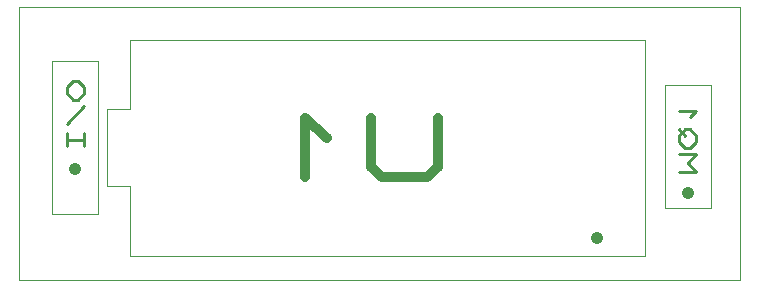
<source format=gbr>
G04 PROTEUS GERBER X2 FILE*
%TF.GenerationSoftware,Labcenter,Proteus,8.15-SP1-Build34318*%
%TF.CreationDate,2023-09-30T11:40:31+00:00*%
%TF.FileFunction,AssemblyDrawing,Top*%
%TF.FilePolarity,Positive*%
%TF.Part,Single*%
%TF.SameCoordinates,{afa5550d-4e0f-4831-ab14-27b5fa56902b}*%
%FSLAX45Y45*%
%MOMM*%
G01*
%TA.AperFunction,Material*%
%ADD18C,0.101600*%
%ADD19C,1.016000*%
%ADD70C,0.231130*%
%TA.AperFunction,Profile*%
%ADD14C,0.101600*%
%TA.AperFunction,Material*%
%ADD71C,0.050000*%
%ADD20C,0.836710*%
%TD.AperFunction*%
D18*
X-511320Y+757080D02*
X-120160Y+757080D01*
X-120160Y+1803240D01*
X-511320Y+1803240D01*
X-511320Y+757080D01*
D19*
X-315740Y+889160D02*
X-315740Y+889160D01*
D70*
X-385082Y+1059563D02*
X-246398Y+1059563D01*
X-315740Y+1137572D01*
X-246398Y+1215581D01*
X-385082Y+1215581D01*
X-292626Y+1267588D02*
X-246398Y+1319594D01*
X-246398Y+1371600D01*
X-292626Y+1423606D01*
X-338854Y+1423606D01*
X-385082Y+1371600D01*
X-385082Y+1319594D01*
X-338854Y+1267588D01*
X-292626Y+1267588D01*
X-338854Y+1371600D02*
X-385082Y+1423606D01*
X-292626Y+1527619D02*
X-246398Y+1579625D01*
X-385082Y+1579625D01*
D18*
X-5695580Y+707920D02*
X-5304420Y+707920D01*
X-5304420Y+2004080D01*
X-5695580Y+2004080D01*
X-5695580Y+707920D01*
D19*
X-5500000Y+1090000D02*
X-5500000Y+1090000D01*
D70*
X-5430658Y+1286406D02*
X-5430658Y+1390418D01*
X-5430658Y+1338412D02*
X-5569342Y+1338412D01*
X-5569342Y+1286406D02*
X-5569342Y+1390418D01*
X-5430658Y+1624446D02*
X-5569342Y+1468428D01*
X-5476886Y+1676453D02*
X-5430658Y+1728459D01*
X-5430658Y+1780465D01*
X-5476886Y+1832471D01*
X-5523114Y+1832471D01*
X-5569342Y+1780465D01*
X-5569342Y+1728459D01*
X-5523114Y+1676453D01*
X-5476886Y+1676453D01*
D14*
X-5980000Y+153000D02*
X+130000Y+153000D01*
X+130000Y+2460500D01*
X-5980000Y+2460500D01*
X-5980000Y+153000D01*
D71*
X-673500Y+356000D02*
X-673500Y+2184000D01*
X-5041500Y+2184000D01*
X-5041500Y+356000D02*
X-673500Y+356000D01*
X-5041500Y+356000D02*
X-5041500Y+948000D01*
X-5231500Y+948000D01*
X-5231500Y+1595000D01*
X-5041500Y+1595000D01*
X-5041500Y+2184000D01*
D19*
X-1079500Y+508000D02*
X-1079500Y+508000D01*
D20*
X-2429110Y+1521013D02*
X-2429110Y+1102657D01*
X-2523240Y+1018986D01*
X-2899760Y+1018986D01*
X-2993890Y+1102657D01*
X-2993890Y+1521013D01*
X-3370410Y+1353671D02*
X-3558670Y+1521013D01*
X-3558670Y+1018986D01*
M02*

</source>
